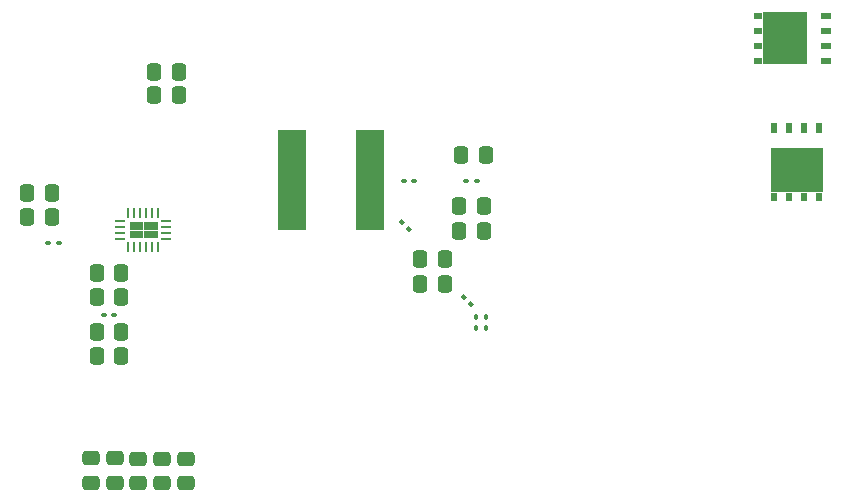
<source format=gbr>
%TF.GenerationSoftware,KiCad,Pcbnew,9.0.1*%
%TF.CreationDate,2025-11-16T17:30:07-08:00*%
%TF.ProjectId,Si-LTC7800-Alternate,53692d4c-5443-4373-9830-302d416c7465,rev?*%
%TF.SameCoordinates,Original*%
%TF.FileFunction,Paste,Top*%
%TF.FilePolarity,Positive*%
%FSLAX46Y46*%
G04 Gerber Fmt 4.6, Leading zero omitted, Abs format (unit mm)*
G04 Created by KiCad (PCBNEW 9.0.1) date 2025-11-16 17:30:07*
%MOMM*%
%LPD*%
G01*
G04 APERTURE LIST*
G04 Aperture macros list*
%AMRoundRect*
0 Rectangle with rounded corners*
0 $1 Rounding radius*
0 $2 $3 $4 $5 $6 $7 $8 $9 X,Y pos of 4 corners*
0 Add a 4 corners polygon primitive as box body*
4,1,4,$2,$3,$4,$5,$6,$7,$8,$9,$2,$3,0*
0 Add four circle primitives for the rounded corners*
1,1,$1+$1,$2,$3*
1,1,$1+$1,$4,$5*
1,1,$1+$1,$6,$7*
1,1,$1+$1,$8,$9*
0 Add four rect primitives between the rounded corners*
20,1,$1+$1,$2,$3,$4,$5,0*
20,1,$1+$1,$4,$5,$6,$7,0*
20,1,$1+$1,$6,$7,$8,$9,0*
20,1,$1+$1,$8,$9,$2,$3,0*%
G04 Aperture macros list end*
%ADD10C,0.010000*%
%ADD11RoundRect,0.250000X-0.337500X-0.475000X0.337500X-0.475000X0.337500X0.475000X-0.337500X0.475000X0*%
%ADD12R,2.380000X8.500000*%
%ADD13RoundRect,0.250000X0.337500X0.475000X-0.337500X0.475000X-0.337500X-0.475000X0.337500X-0.475000X0*%
%ADD14RoundRect,0.090000X-0.161927X0.034648X0.034648X-0.161927X0.161927X-0.034648X-0.034648X0.161927X0*%
%ADD15RoundRect,0.090000X0.090000X-0.139000X0.090000X0.139000X-0.090000X0.139000X-0.090000X-0.139000X0*%
%ADD16R,0.850000X0.500000*%
%ADD17R,0.800000X0.600000*%
%ADD18R,3.750000X4.410000*%
%ADD19RoundRect,0.090000X-0.139000X-0.090000X0.139000X-0.090000X0.139000X0.090000X-0.139000X0.090000X0*%
%ADD20R,0.270000X0.840000*%
%ADD21R,0.840000X0.270000*%
%ADD22RoundRect,0.090000X-0.090000X0.139000X-0.090000X-0.139000X0.090000X-0.139000X0.090000X0.139000X0*%
%ADD23RoundRect,0.250000X-0.475000X0.337500X-0.475000X-0.337500X0.475000X-0.337500X0.475000X0.337500X0*%
%ADD24RoundRect,0.090000X0.139000X0.090000X-0.139000X0.090000X-0.139000X-0.090000X0.139000X-0.090000X0*%
%ADD25R,0.500000X0.850000*%
%ADD26R,0.600000X0.800000*%
%ADD27R,4.410000X3.750000*%
%ADD28RoundRect,0.250000X0.475000X-0.337500X0.475000X0.337500X-0.475000X0.337500X-0.475000X-0.337500X0*%
G04 APERTURE END LIST*
D10*
%TO.C,U1*%
X130055072Y-135747983D02*
X129025134Y-135747983D01*
X129025134Y-135218045D01*
X130055072Y-135218045D01*
X130055072Y-135747983D01*
G36*
X130055072Y-135747983D02*
G01*
X129025134Y-135747983D01*
X129025134Y-135218045D01*
X130055072Y-135218045D01*
X130055072Y-135747983D01*
G37*
X130055106Y-136478222D02*
X129025134Y-136478222D01*
X129025134Y-135948045D01*
X130055106Y-135948045D01*
X130055106Y-136478222D01*
G36*
X130055106Y-136478222D02*
G01*
X129025134Y-136478222D01*
X129025134Y-135948045D01*
X130055106Y-135948045D01*
X130055106Y-136478222D01*
G37*
X131286914Y-135747887D02*
X130255134Y-135747887D01*
X130255134Y-135218045D01*
X131286914Y-135218045D01*
X131286914Y-135747887D01*
G36*
X131286914Y-135747887D02*
G01*
X130255134Y-135747887D01*
X130255134Y-135218045D01*
X131286914Y-135218045D01*
X131286914Y-135747887D01*
G37*
X131286724Y-136478931D02*
X130255134Y-136478931D01*
X130255134Y-135948045D01*
X131286724Y-135948045D01*
X131286724Y-136478931D01*
G36*
X131286724Y-136478931D02*
G01*
X130255134Y-136478931D01*
X130255134Y-135948045D01*
X131286724Y-135948045D01*
X131286724Y-136478931D01*
G37*
%TD*%
D11*
%TO.C,C3*%
X131067215Y-124443160D03*
X133142215Y-124443160D03*
%TD*%
D12*
%TO.C,L1*%
X142723346Y-131618655D03*
X149373346Y-131618655D03*
%TD*%
D11*
%TO.C,COUT1*%
X157060780Y-129496750D03*
X159135780Y-129496750D03*
%TD*%
D13*
%TO.C,C5*%
X128302022Y-144526910D03*
X126227022Y-144526910D03*
%TD*%
D14*
%TO.C,R4*%
X152045572Y-135183665D03*
X152657220Y-135795313D03*
%TD*%
D13*
%TO.C,C5_EX1*%
X128302022Y-146554275D03*
X126227022Y-146554275D03*
%TD*%
%TO.C,COUT_EX2*%
X158994193Y-135924840D03*
X156919193Y-135924840D03*
%TD*%
D15*
%TO.C,R5*%
X159143009Y-144120821D03*
X159143009Y-143255821D03*
%TD*%
D11*
%TO.C,CSENSE1*%
X153610890Y-138332803D03*
X155685890Y-138332803D03*
%TD*%
D16*
%TO.C,Q2*%
X188000000Y-121520000D03*
X188000000Y-120250000D03*
X188000000Y-118980000D03*
X188000000Y-117710000D03*
D17*
X182175000Y-117710000D03*
X182175000Y-118980000D03*
X182175000Y-120250000D03*
X182175000Y-121520000D03*
D18*
X184450000Y-119615000D03*
%TD*%
D19*
%TO.C,RSENSE1*%
X152198916Y-131747236D03*
X153063916Y-131747236D03*
%TD*%
D11*
%TO.C,C1_EX1*%
X120332776Y-132763151D03*
X122407776Y-132763151D03*
%TD*%
D13*
%TO.C,C3_EX1*%
X133142215Y-122443160D03*
X131067215Y-122443160D03*
%TD*%
D14*
%TO.C,R6*%
X157323973Y-141535291D03*
X157935621Y-142146939D03*
%TD*%
D20*
%TO.C,U1*%
X128905134Y-137293045D03*
X129405134Y-137293045D03*
X129905134Y-137293045D03*
X130405134Y-137293045D03*
X130905134Y-137293045D03*
X131405134Y-137293045D03*
D21*
X132100134Y-136598045D03*
X132100134Y-136098045D03*
X132100134Y-135598045D03*
X132100134Y-135098045D03*
D20*
X131405134Y-134403045D03*
X130905134Y-134403045D03*
X130405134Y-134403045D03*
X129905134Y-134403045D03*
X129405134Y-134403045D03*
X128905134Y-134403045D03*
D21*
X128210134Y-135098045D03*
X128210134Y-135598045D03*
X128210134Y-136098045D03*
X128210134Y-136598045D03*
%TD*%
D22*
%TO.C,R7*%
X158353713Y-143255821D03*
X158353713Y-144120821D03*
%TD*%
D19*
%TO.C,R2*%
X122131109Y-136967511D03*
X122996109Y-136967511D03*
%TD*%
D23*
%TO.C,CinA2*%
X129750000Y-155212500D03*
X129750000Y-157287500D03*
%TD*%
D24*
%TO.C,R9*%
X127697022Y-143038117D03*
X126832022Y-143038117D03*
%TD*%
D11*
%TO.C,C1*%
X120335688Y-134775784D03*
X122410688Y-134775784D03*
%TD*%
%TO.C,C6_EX1*%
X126227022Y-141518059D03*
X128302022Y-141518059D03*
%TD*%
D13*
%TO.C,CSENSE_EX1*%
X155685890Y-140461028D03*
X153610890Y-140461028D03*
%TD*%
D11*
%TO.C,C6*%
X126227022Y-139518059D03*
X128302022Y-139518059D03*
%TD*%
D23*
%TO.C,CinB1_EX1*%
X125750000Y-155175000D03*
X125750000Y-157250000D03*
%TD*%
%TO.C,CinB1*%
X133750000Y-155212500D03*
X133750000Y-157287500D03*
%TD*%
D25*
%TO.C,Q1*%
X187405000Y-127200000D03*
X186135000Y-127200000D03*
X184865000Y-127200000D03*
X183595000Y-127200000D03*
D26*
X183595000Y-133025000D03*
X184865000Y-133025000D03*
X186135000Y-133025000D03*
X187405000Y-133025000D03*
D27*
X185500000Y-130750000D03*
%TD*%
D13*
%TO.C,COUT_EX1*%
X158994193Y-133810461D03*
X156919193Y-133810461D03*
%TD*%
D28*
%TO.C,CinA1_EX1*%
X127750000Y-157250000D03*
X127750000Y-155175000D03*
%TD*%
D23*
%TO.C,CinA1*%
X131750000Y-155212500D03*
X131750000Y-157287500D03*
%TD*%
D19*
%TO.C,RLOAD1*%
X157524193Y-131745663D03*
X158389193Y-131745663D03*
%TD*%
M02*

</source>
